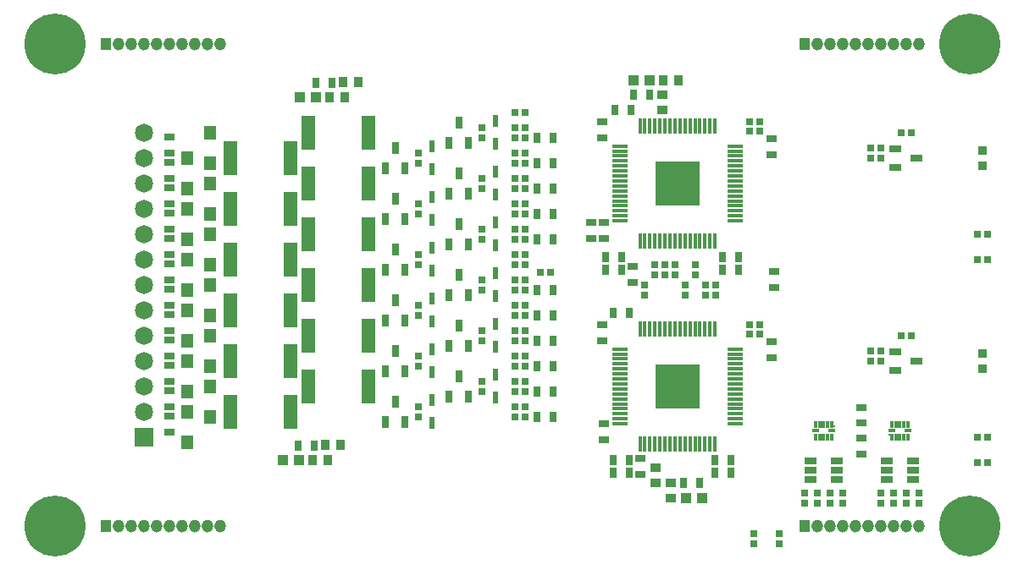
<source format=gts>
G04*
G04 #@! TF.GenerationSoftware,Altium Limited,Altium Designer,21.6.4 (81)*
G04*
G04 Layer_Color=8388736*
%FSLAX25Y25*%
%MOIN*%
G70*
G04*
G04 #@! TF.SameCoordinates,D21CAB57-D7DD-4798-A039-69392B5906F0*
G04*
G04*
G04 #@! TF.FilePolarity,Negative*
G04*
G01*
G75*
%ADD17R,0.17717X0.17717*%
%ADD35R,0.06201X0.01575*%
%ADD36R,0.01575X0.06201*%
%ADD37R,0.04921X0.02756*%
%ADD38R,0.01181X0.02756*%
%ADD39R,0.02756X0.01181*%
%ADD40R,0.01181X0.00984*%
%ADD41R,0.02756X0.03150*%
%ADD42R,0.04095X0.02520*%
%ADD43R,0.02520X0.04095*%
%ADD44R,0.02953X0.04724*%
%ADD45R,0.05315X0.13386*%
%ADD46R,0.02362X0.04528*%
%ADD47R,0.05000X0.05354*%
%ADD48R,0.03150X0.02756*%
%ADD49R,0.03543X0.03543*%
%ADD50R,0.04724X0.02953*%
%ADD51R,0.03937X0.04134*%
%ADD52R,0.03740X0.04331*%
%ADD53R,0.04331X0.03740*%
%ADD54O,0.04488X0.05118*%
%ADD55R,0.04488X0.05118*%
%ADD56R,0.07185X0.07185*%
%ADD57C,0.07185*%
%ADD58C,0.24016*%
D17*
X260000Y70000D02*
D03*
Y150000D02*
D03*
D35*
X237409Y84764D02*
D03*
Y82795D02*
D03*
Y80827D02*
D03*
Y78858D02*
D03*
Y76890D02*
D03*
Y74921D02*
D03*
Y72953D02*
D03*
Y70984D02*
D03*
Y69016D02*
D03*
Y67047D02*
D03*
Y65079D02*
D03*
Y63110D02*
D03*
Y61142D02*
D03*
Y59173D02*
D03*
Y57205D02*
D03*
Y55236D02*
D03*
X282591D02*
D03*
Y57205D02*
D03*
Y59173D02*
D03*
Y61142D02*
D03*
Y63110D02*
D03*
Y65079D02*
D03*
Y67047D02*
D03*
Y69016D02*
D03*
Y70984D02*
D03*
Y72953D02*
D03*
Y74921D02*
D03*
Y76890D02*
D03*
Y78858D02*
D03*
Y80827D02*
D03*
Y82795D02*
D03*
Y84764D02*
D03*
Y164764D02*
D03*
Y162795D02*
D03*
Y160827D02*
D03*
Y158858D02*
D03*
Y156890D02*
D03*
Y154921D02*
D03*
Y152953D02*
D03*
Y150984D02*
D03*
Y149016D02*
D03*
Y147047D02*
D03*
Y145079D02*
D03*
Y143110D02*
D03*
Y141142D02*
D03*
Y139173D02*
D03*
Y137205D02*
D03*
Y135236D02*
D03*
X237409D02*
D03*
Y137205D02*
D03*
Y139173D02*
D03*
Y141142D02*
D03*
Y143110D02*
D03*
Y145079D02*
D03*
Y147047D02*
D03*
Y149016D02*
D03*
Y150984D02*
D03*
Y152953D02*
D03*
Y154921D02*
D03*
Y156890D02*
D03*
Y158858D02*
D03*
Y160827D02*
D03*
Y162795D02*
D03*
Y164764D02*
D03*
D36*
X245236Y47409D02*
D03*
X247205D02*
D03*
X249173D02*
D03*
X251142D02*
D03*
X253110D02*
D03*
X255079D02*
D03*
X257047D02*
D03*
X259016D02*
D03*
X260984D02*
D03*
X262953D02*
D03*
X264921D02*
D03*
X266890D02*
D03*
X268858D02*
D03*
X270827D02*
D03*
X272795D02*
D03*
X274764D02*
D03*
Y92590D02*
D03*
X272795D02*
D03*
X270827D02*
D03*
X268858D02*
D03*
X266890D02*
D03*
X264921D02*
D03*
X262953D02*
D03*
X260984D02*
D03*
X259016D02*
D03*
X257047D02*
D03*
X255079D02*
D03*
X253110D02*
D03*
X251142D02*
D03*
X249173D02*
D03*
X247205D02*
D03*
X245236D02*
D03*
Y172591D02*
D03*
X247205D02*
D03*
X249173D02*
D03*
X251142D02*
D03*
X253110D02*
D03*
X255079D02*
D03*
X257047D02*
D03*
X259016D02*
D03*
X260984D02*
D03*
X262953D02*
D03*
X264921D02*
D03*
X266890D02*
D03*
X268858D02*
D03*
X270827D02*
D03*
X272795D02*
D03*
X274764D02*
D03*
Y127409D02*
D03*
X272795D02*
D03*
X270827D02*
D03*
X268858D02*
D03*
X266890D02*
D03*
X264921D02*
D03*
X262953D02*
D03*
X260984D02*
D03*
X259016D02*
D03*
X257047D02*
D03*
X255079D02*
D03*
X253110D02*
D03*
X251142D02*
D03*
X249173D02*
D03*
X247205D02*
D03*
X245236D02*
D03*
D37*
X312382Y33260D02*
D03*
Y37000D02*
D03*
Y40740D02*
D03*
X322618D02*
D03*
Y37000D02*
D03*
Y33260D02*
D03*
X342382D02*
D03*
Y37000D02*
D03*
Y40740D02*
D03*
X352618D02*
D03*
Y37000D02*
D03*
Y33260D02*
D03*
D38*
X344350Y49941D02*
D03*
X345925D02*
D03*
X347500D02*
D03*
X349075D02*
D03*
X350650D02*
D03*
Y55059D02*
D03*
X349075D02*
D03*
X347500D02*
D03*
X345925D02*
D03*
X344350D02*
D03*
X320650Y49941D02*
D03*
X319075D02*
D03*
X317500D02*
D03*
X315925D02*
D03*
X314350D02*
D03*
Y55059D02*
D03*
X315925D02*
D03*
X317500D02*
D03*
X319075D02*
D03*
X320650D02*
D03*
D39*
X350650Y52500D02*
D03*
X344350D02*
D03*
X320650D02*
D03*
X314350D02*
D03*
D40*
X343563Y50827D02*
D03*
X321437Y54173D02*
D03*
D41*
X378031Y130000D02*
D03*
X381968D02*
D03*
X378031Y120000D02*
D03*
X381968D02*
D03*
X351969Y170000D02*
D03*
X348031D02*
D03*
X339968Y164000D02*
D03*
X336032D02*
D03*
X339968Y160000D02*
D03*
X336032D02*
D03*
X196031Y178000D02*
D03*
X199969D02*
D03*
X196031Y172000D02*
D03*
X199969D02*
D03*
X196031Y168000D02*
D03*
X199969D02*
D03*
X196031Y162000D02*
D03*
X199969D02*
D03*
X196031Y158000D02*
D03*
X199969D02*
D03*
X196031Y152000D02*
D03*
X199969D02*
D03*
X196031Y148000D02*
D03*
X199969D02*
D03*
X196031Y142000D02*
D03*
X199969D02*
D03*
X196031Y138000D02*
D03*
X199969D02*
D03*
X196031Y132000D02*
D03*
X199969D02*
D03*
X196031Y128000D02*
D03*
X199969D02*
D03*
X196031Y122000D02*
D03*
X199969D02*
D03*
X196031Y118000D02*
D03*
X199969D02*
D03*
X351969Y90000D02*
D03*
X348031D02*
D03*
X378031Y50000D02*
D03*
X381968D02*
D03*
X339968Y84000D02*
D03*
X336032D02*
D03*
X378031Y40000D02*
D03*
X381968D02*
D03*
X339968Y80000D02*
D03*
X336032D02*
D03*
X206063Y115000D02*
D03*
X210000D02*
D03*
X196031Y112000D02*
D03*
X199969D02*
D03*
X196031Y108000D02*
D03*
X199969D02*
D03*
X196031Y102000D02*
D03*
X199969D02*
D03*
X196031Y98000D02*
D03*
X199969D02*
D03*
X196031Y92000D02*
D03*
X199969D02*
D03*
X196031Y88000D02*
D03*
X199969D02*
D03*
X196031Y82000D02*
D03*
X199969D02*
D03*
X196031Y78000D02*
D03*
X199969D02*
D03*
X196031Y72000D02*
D03*
X199969D02*
D03*
X196031Y68000D02*
D03*
X199969D02*
D03*
X196031Y62000D02*
D03*
X199969D02*
D03*
X196031Y58000D02*
D03*
X199969D02*
D03*
D42*
X230500Y167850D02*
D03*
Y174150D02*
D03*
X332500Y43201D02*
D03*
Y49500D02*
D03*
Y61799D02*
D03*
Y55500D02*
D03*
X60000Y58150D02*
D03*
Y51850D02*
D03*
Y161850D02*
D03*
Y168150D02*
D03*
Y151850D02*
D03*
Y158150D02*
D03*
Y141850D02*
D03*
Y148150D02*
D03*
Y131850D02*
D03*
Y138150D02*
D03*
Y121850D02*
D03*
Y128150D02*
D03*
Y111850D02*
D03*
Y118150D02*
D03*
Y101850D02*
D03*
Y108150D02*
D03*
Y91850D02*
D03*
Y98150D02*
D03*
Y81850D02*
D03*
Y88150D02*
D03*
Y71850D02*
D03*
Y78150D02*
D03*
Y61850D02*
D03*
Y68150D02*
D03*
X298000Y108850D02*
D03*
Y115150D02*
D03*
X242500Y110850D02*
D03*
Y117150D02*
D03*
X297000Y167650D02*
D03*
Y161350D02*
D03*
X231000Y128350D02*
D03*
Y134650D02*
D03*
X226000Y128350D02*
D03*
Y134650D02*
D03*
X230500Y94150D02*
D03*
Y87850D02*
D03*
X297000Y87650D02*
D03*
Y81350D02*
D03*
X245500Y35350D02*
D03*
Y41650D02*
D03*
X231000Y48850D02*
D03*
Y55150D02*
D03*
D43*
X204850Y138000D02*
D03*
X211150D02*
D03*
X204850Y148000D02*
D03*
X211150D02*
D03*
X235350Y179000D02*
D03*
X241650D02*
D03*
X211150Y168000D02*
D03*
X204850D02*
D03*
X249150Y185000D02*
D03*
X242850D02*
D03*
X124150Y189500D02*
D03*
X117850D02*
D03*
X211150Y158000D02*
D03*
X204850D02*
D03*
X211150Y128000D02*
D03*
X204850D02*
D03*
X284150Y121000D02*
D03*
X277850D02*
D03*
X284150Y116000D02*
D03*
X277850D02*
D03*
X231850D02*
D03*
X238150D02*
D03*
X231850Y121000D02*
D03*
X238150D02*
D03*
X234850Y99000D02*
D03*
X241150D02*
D03*
X211150Y108000D02*
D03*
X204850D02*
D03*
X117150Y46500D02*
D03*
X110850D02*
D03*
X262350Y32000D02*
D03*
X268650D02*
D03*
X211150Y98000D02*
D03*
X204850D02*
D03*
X211150Y88000D02*
D03*
X204850D02*
D03*
X211150Y78000D02*
D03*
X204850D02*
D03*
X211150Y68000D02*
D03*
X204850D02*
D03*
X281150Y41000D02*
D03*
X274850D02*
D03*
X281150Y36000D02*
D03*
X274850D02*
D03*
X234850D02*
D03*
X241150D02*
D03*
X234850Y41000D02*
D03*
X241150D02*
D03*
X211150Y58000D02*
D03*
X204850D02*
D03*
D44*
X145220Y115866D02*
D03*
X152779D02*
D03*
X149000Y124134D02*
D03*
X174000Y174134D02*
D03*
X177779Y165866D02*
D03*
X170220D02*
D03*
X149000Y164134D02*
D03*
X152779Y155866D02*
D03*
X145220D02*
D03*
X174000Y154134D02*
D03*
X177779Y145866D02*
D03*
X170220D02*
D03*
X149000Y144134D02*
D03*
X152779Y135866D02*
D03*
X145220D02*
D03*
X174000Y134134D02*
D03*
X177779Y125866D02*
D03*
X170220D02*
D03*
X174000Y114134D02*
D03*
X177779Y105866D02*
D03*
X170220D02*
D03*
X149000Y104134D02*
D03*
X152779Y95866D02*
D03*
X145220D02*
D03*
X174000Y94134D02*
D03*
X177779Y85866D02*
D03*
X170220D02*
D03*
X149000Y84134D02*
D03*
X152779Y75866D02*
D03*
X145220D02*
D03*
X174000Y74134D02*
D03*
X177779Y65866D02*
D03*
X170220D02*
D03*
X149000Y64134D02*
D03*
X152779Y55866D02*
D03*
X145220D02*
D03*
D45*
X107811Y120000D02*
D03*
X84189D02*
D03*
X138311Y170000D02*
D03*
X114689D02*
D03*
X84189Y160000D02*
D03*
X107811D02*
D03*
X114689Y150000D02*
D03*
X138311D02*
D03*
X84189Y140000D02*
D03*
X107811D02*
D03*
X114689Y130000D02*
D03*
X138311D02*
D03*
X114689Y110000D02*
D03*
X138311D02*
D03*
X84189Y100000D02*
D03*
X107811D02*
D03*
X114689Y90000D02*
D03*
X138311D02*
D03*
X84189Y80000D02*
D03*
X107811D02*
D03*
X114689Y70000D02*
D03*
X138311D02*
D03*
X84189Y60000D02*
D03*
X107811D02*
D03*
D46*
X188500Y174480D02*
D03*
Y165520D02*
D03*
X163500Y164480D02*
D03*
Y155520D02*
D03*
X188500Y154480D02*
D03*
Y145520D02*
D03*
X163500Y144480D02*
D03*
Y135520D02*
D03*
X188500Y134480D02*
D03*
Y125520D02*
D03*
X163500Y124480D02*
D03*
Y115520D02*
D03*
X188500Y114480D02*
D03*
Y105520D02*
D03*
X163500Y104480D02*
D03*
Y95520D02*
D03*
X188500Y94480D02*
D03*
Y85520D02*
D03*
X163500Y84480D02*
D03*
Y75520D02*
D03*
X188500Y74480D02*
D03*
Y65520D02*
D03*
X163500Y64480D02*
D03*
Y55520D02*
D03*
D47*
X76000Y157992D02*
D03*
Y170000D02*
D03*
X67000Y147992D02*
D03*
Y160000D02*
D03*
X76000Y137992D02*
D03*
Y150000D02*
D03*
X67000Y127992D02*
D03*
Y140000D02*
D03*
X76000Y117992D02*
D03*
Y130000D02*
D03*
X67000Y107992D02*
D03*
Y120000D02*
D03*
X76000Y97996D02*
D03*
Y110004D02*
D03*
X67000Y87992D02*
D03*
Y100000D02*
D03*
X76000Y77992D02*
D03*
Y90000D02*
D03*
X67000Y67992D02*
D03*
Y80000D02*
D03*
X76000Y57992D02*
D03*
Y70000D02*
D03*
X67000Y47992D02*
D03*
Y60000D02*
D03*
D48*
X183000Y168032D02*
D03*
Y171968D02*
D03*
X158000Y158031D02*
D03*
Y161969D02*
D03*
X183000Y148031D02*
D03*
Y151969D02*
D03*
X158000Y138031D02*
D03*
Y141969D02*
D03*
X183000Y128032D02*
D03*
Y131968D02*
D03*
X158000Y118032D02*
D03*
Y121968D02*
D03*
X183000Y108031D02*
D03*
Y111969D02*
D03*
X158000Y98032D02*
D03*
Y101969D02*
D03*
X183000Y88032D02*
D03*
Y91969D02*
D03*
X158000Y78031D02*
D03*
Y81968D02*
D03*
X183000Y68032D02*
D03*
Y71969D02*
D03*
X158000Y58031D02*
D03*
Y61968D02*
D03*
X267000Y114032D02*
D03*
Y117968D02*
D03*
X259000Y114032D02*
D03*
Y117968D02*
D03*
X255000Y114032D02*
D03*
Y117968D02*
D03*
X251000Y114032D02*
D03*
Y117968D02*
D03*
X275000Y106032D02*
D03*
Y109968D02*
D03*
X271000Y106032D02*
D03*
Y109968D02*
D03*
X263000Y106032D02*
D03*
Y109968D02*
D03*
X247000Y106032D02*
D03*
Y109968D02*
D03*
X340000Y27968D02*
D03*
Y24032D02*
D03*
X345000Y27968D02*
D03*
Y24032D02*
D03*
X350000Y27968D02*
D03*
Y24032D02*
D03*
X355000Y27968D02*
D03*
Y24032D02*
D03*
X300000Y11969D02*
D03*
Y8032D02*
D03*
X290000Y11969D02*
D03*
Y8032D02*
D03*
X325000Y27968D02*
D03*
Y24032D02*
D03*
X320000Y27968D02*
D03*
Y24032D02*
D03*
X315000Y27968D02*
D03*
Y24032D02*
D03*
X310000Y27968D02*
D03*
Y24032D02*
D03*
X288500Y170500D02*
D03*
Y174437D02*
D03*
X292500Y170500D02*
D03*
Y174437D02*
D03*
X288500Y90531D02*
D03*
Y94468D02*
D03*
X292500Y90531D02*
D03*
Y94468D02*
D03*
D49*
X380000Y162953D02*
D03*
Y157047D02*
D03*
Y82953D02*
D03*
Y77047D02*
D03*
D50*
X354134Y160000D02*
D03*
X345866Y156220D02*
D03*
Y163779D02*
D03*
X354134Y80000D02*
D03*
X345866Y76221D02*
D03*
Y83780D02*
D03*
D51*
X242850Y190500D02*
D03*
X249150D02*
D03*
X111350Y184000D02*
D03*
X117650D02*
D03*
X104850Y41000D02*
D03*
X111150D02*
D03*
X269650Y26000D02*
D03*
X263350D02*
D03*
D52*
X254547Y190500D02*
D03*
X260453D02*
D03*
X123047Y184000D02*
D03*
X128953D02*
D03*
X128547Y190000D02*
D03*
X134453D02*
D03*
X116547Y41000D02*
D03*
X122453D02*
D03*
X121547Y47000D02*
D03*
X127453D02*
D03*
D53*
X254000Y184953D02*
D03*
Y179047D02*
D03*
X257500Y26047D02*
D03*
Y31953D02*
D03*
X251500Y32047D02*
D03*
Y37953D02*
D03*
D54*
X80000Y205000D02*
D03*
X75000D02*
D03*
X70000D02*
D03*
X65000D02*
D03*
X60000D02*
D03*
X55000D02*
D03*
X50000D02*
D03*
X45000D02*
D03*
X40000D02*
D03*
X315000D02*
D03*
X320000D02*
D03*
X325000D02*
D03*
X330000D02*
D03*
X335000D02*
D03*
X340000D02*
D03*
X345000D02*
D03*
X350000D02*
D03*
X355000D02*
D03*
Y15000D02*
D03*
X350000D02*
D03*
X345000D02*
D03*
X340000D02*
D03*
X335000D02*
D03*
X330000D02*
D03*
X325000D02*
D03*
X320000D02*
D03*
X315000D02*
D03*
X40000D02*
D03*
X45000D02*
D03*
X50000D02*
D03*
X55000D02*
D03*
X60000D02*
D03*
X65000D02*
D03*
X70000D02*
D03*
X75000D02*
D03*
X80000D02*
D03*
D55*
X35000Y205000D02*
D03*
X310000D02*
D03*
Y15000D02*
D03*
X35000D02*
D03*
D56*
X50000Y50000D02*
D03*
D57*
Y60000D02*
D03*
Y70000D02*
D03*
Y80000D02*
D03*
Y90000D02*
D03*
Y100000D02*
D03*
Y110000D02*
D03*
Y120000D02*
D03*
Y130000D02*
D03*
Y140000D02*
D03*
Y150000D02*
D03*
Y160000D02*
D03*
Y170000D02*
D03*
D58*
X375000Y205000D02*
D03*
X15000D02*
D03*
X375000Y15000D02*
D03*
X15000D02*
D03*
M02*

</source>
